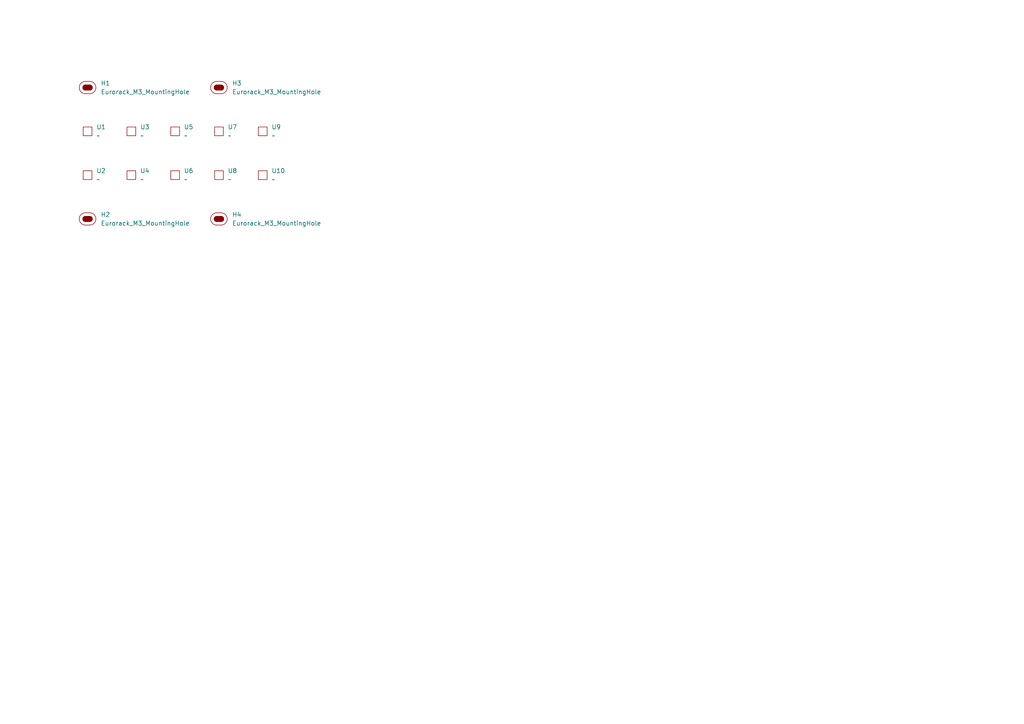
<source format=kicad_sch>
(kicad_sch (version 20250114) (generator "eeschema") (generator_version "9.0")
  (paper "A4")
  (lib_symbols
    (symbol "EXC:Eurorack_M3_MountingHole" (pin_names (offset 1.016))
      (property "Reference" "H" (at 0 5.08 0))
      (property "Value" "Eurorack_M3_MountingHole" (at 0 3.175 0))
      (symbol "Eurorack_M3_MountingHole_0_1"
        (polyline (pts (xy -0.635 0.762) (xy 0.635 0.762)))
        (circle (center -0.635 0) (radius 0.762) (fill (type outline)))
        (arc (start -0.635 -0.762) (mid -1.397 0) (end -0.635 0.762))
        (arc (start -0.635 -1.778) (mid -2.413 0) (end -0.635 1.778))
        (polyline (pts (xy -0.635 -0.762) (xy 0.635 -0.762)))
        (polyline (pts (xy -0.635 -1.778) (xy 0.635 -1.778)))
        (circle (center 0 0) (radius 0.762) (fill (type outline)))
        (polyline (pts (xy 0.635 1.778) (xy -0.635 1.778)))
        (arc (start 0.6141 1.778) (mid 2.4131 0) (end 0.6141 -1.778))
        (arc (start 0.6227 0.762) (mid 1.3971 0) (end 0.6227 -0.762))
        (circle (center 0.635 0) (radius 0.762) (fill (type outline)))
      )
    )
    (symbol "EXC:SW_CherrySwitch_Clearance_Inner"
      (property "Reference" "U" (at 0 0 0))
      (symbol "SW_CherrySwitch_Clearance_Inner_0_1"
        (rectangle (start -1.27 1.27) (end 1.27 -1.27))
      )
    )
  )
  (symbol (lib_id "EXC:Eurorack_M3_MountingHole") (at 63.5 25.4 0) (unit 1)
    (property "Reference" "H3" (at 67.31 24.1299 0) (effects (justify left)))
    (property "Value" "Eurorack_M3_MountingHole" (at 67.31 26.6699 0) (effects (justify left)))
    (property "Footprint" "EXC:MountingHole_3.2mm_M3" (effects (hide yes)))
    (property "Description" "Mounting Hole without connection" (effects (hide yes)))
  )
  (symbol (lib_id "EXC:SW_CherrySwitch_Clearance_Inner") (at 76.2 50.8 0) (unit 1)
    (property "Reference" "U10" (at 78.74 49.5299 0) (effects (justify left)))
    (property "Value" "~" (at 78.74 52.0699 0) (effects (justify left)))
    (property "Footprint" "EXC:SW_Cherry_MX_1.00u_Clearance" (effects (hide yes)))
  )
  (symbol (lib_id "EXC:SW_CherrySwitch_Clearance_Inner") (at 76.2 38.1 0) (unit 1)
    (property "Reference" "U9" (at 78.74 36.8299 0) (effects (justify left)))
    (property "Value" "~" (at 78.74 39.3699 0) (effects (justify left)))
    (property "Footprint" "EXC:SW_Cherry_MX_1.00u_Clearance" (effects (hide yes)))
  )
  (symbol (lib_id "EXC:SW_CherrySwitch_Clearance_Inner") (at 63.5 50.8 0) (unit 1)
    (property "Reference" "U8" (at 66.04 49.5299 0) (effects (justify left)))
    (property "Value" "~" (at 66.04 52.0699 0) (effects (justify left)))
    (property "Footprint" "EXC:SW_Cherry_MX_1.00u_Clearance" (effects (hide yes)))
  )
  (symbol (lib_id "EXC:SW_CherrySwitch_Clearance_Inner") (at 63.5 38.1 0) (unit 1)
    (property "Reference" "U7" (at 66.04 36.8299 0) (effects (justify left)))
    (property "Value" "~" (at 66.04 39.3699 0) (effects (justify left)))
    (property "Footprint" "EXC:SW_Cherry_MX_1.00u_Clearance" (effects (hide yes)))
  )
  (symbol (lib_id "EXC:SW_CherrySwitch_Clearance_Inner") (at 38.1 50.8 0) (unit 1)
    (property "Reference" "U4" (at 40.64 49.5299 0) (effects (justify left)))
    (property "Value" "~" (at 40.64 52.0699 0) (effects (justify left)))
    (property "Footprint" "EXC:SW_Cherry_MX_1.00u_Clearance" (effects (hide yes)))
  )
  (symbol (lib_id "EXC:SW_CherrySwitch_Clearance_Inner") (at 25.4 50.8 0) (unit 1)
    (property "Reference" "U2" (at 27.94 49.5299 0) (effects (justify left)))
    (property "Value" "~" (at 27.94 52.0699 0) (effects (justify left)))
    (property "Footprint" "EXC:SW_Cherry_MX_1.00u_Clearance" (effects (hide yes)))
  )
  (symbol (lib_id "EXC:Eurorack_M3_MountingHole") (at 25.4 25.4 0) (unit 1)
    (property "Reference" "H1" (at 29.21 24.1299 0) (effects (justify left)))
    (property "Value" "Eurorack_M3_MountingHole" (at 29.21 26.6699 0) (effects (justify left)))
    (property "Footprint" "EXC:MountingHole_3.2mm_M3" (effects (hide yes)))
    (property "Description" "Mounting Hole without connection" (effects (hide yes)))
  )
  (symbol (lib_id "EXC:SW_CherrySwitch_Clearance_Inner") (at 25.4 38.1 0) (unit 1)
    (property "Reference" "U1" (at 27.94 36.8299 0) (effects (justify left)))
    (property "Value" "~" (at 27.94 39.3699 0) (effects (justify left)))
    (property "Footprint" "EXC:SW_Cherry_MX_1.00u_Clearance" (effects (hide yes)))
  )
  (symbol (lib_id "EXC:SW_CherrySwitch_Clearance_Inner") (at 38.1 38.1 0) (unit 1)
    (property "Reference" "U3" (at 40.64 36.8299 0) (effects (justify left)))
    (property "Value" "~" (at 40.64 39.3699 0) (effects (justify left)))
    (property "Footprint" "EXC:SW_Cherry_MX_1.00u_Clearance" (effects (hide yes)))
  )
  (symbol (lib_id "EXC:Eurorack_M3_MountingHole") (at 63.5 63.5 0) (unit 1)
    (property "Reference" "H4" (at 67.31 62.2299 0) (effects (justify left)))
    (property "Value" "Eurorack_M3_MountingHole" (at 67.31 64.7699 0) (effects (justify left)))
    (property "Footprint" "EXC:MountingHole_3.2mm_M3" (effects (hide yes)))
    (property "Description" "Mounting Hole without connection" (effects (hide yes)))
  )
  (symbol (lib_id "EXC:SW_CherrySwitch_Clearance_Inner") (at 50.8 38.1 0) (unit 1)
    (property "Reference" "U5" (at 53.34 36.8299 0) (effects (justify left)))
    (property "Value" "~" (at 53.34 39.3699 0) (effects (justify left)))
    (property "Footprint" "EXC:SW_Cherry_MX_1.00u_Clearance" (effects (hide yes)))
  )
  (symbol (lib_id "EXC:Eurorack_M3_MountingHole") (at 25.4 63.5 0) (unit 1)
    (property "Reference" "H2" (at 29.21 62.2299 0) (effects (justify left)))
    (property "Value" "Eurorack_M3_MountingHole" (at 29.21 64.7699 0) (effects (justify left)))
    (property "Footprint" "EXC:MountingHole_3.2mm_M3" (effects (hide yes)))
    (property "Description" "Mounting Hole without connection" (effects (hide yes)))
  )
  (symbol (lib_id "EXC:SW_CherrySwitch_Clearance_Inner") (at 50.8 50.8 0) (unit 1)
    (property "Reference" "U6" (at 53.34 49.5299 0) (effects (justify left)))
    (property "Value" "~" (at 53.34 52.0699 0) (effects (justify left)))
    (property "Footprint" "EXC:SW_Cherry_MX_1.00u_Clearance" (effects (hide yes)))
  )
)
</source>
